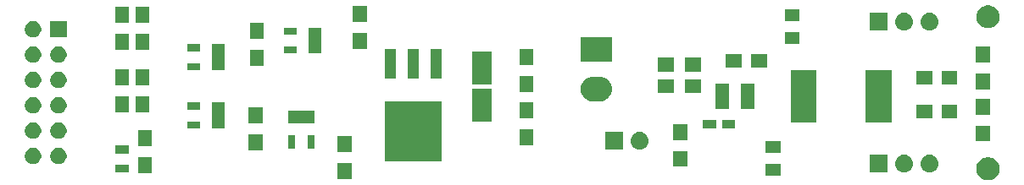
<source format=gts>
G04 #@! TF.GenerationSoftware,KiCad,Pcbnew,(5.1.2)-2*
G04 #@! TF.CreationDate,2019-11-04T12:19:55+09:00*
G04 #@! TF.ProjectId,Kicad_sehd_mv,4b696361-645f-4736-9568-645f6d762e6b,1.0*
G04 #@! TF.SameCoordinates,Original*
G04 #@! TF.FileFunction,Soldermask,Top*
G04 #@! TF.FilePolarity,Negative*
%FSLAX46Y46*%
G04 Gerber Fmt 4.6, Leading zero omitted, Abs format (unit mm)*
G04 Created by KiCad (PCBNEW (5.1.2)-2) date 2019-11-04 12:19:55*
%MOMM*%
%LPD*%
G04 APERTURE LIST*
%ADD10C,0.100000*%
G04 APERTURE END LIST*
D10*
G36*
X161641549Y-72531116D02*
G01*
X161752734Y-72553232D01*
X161900850Y-72614584D01*
X161931169Y-72627142D01*
X161962203Y-72639997D01*
X162150720Y-72765960D01*
X162311040Y-72926280D01*
X162434112Y-73110471D01*
X162437004Y-73114799D01*
X162523768Y-73324267D01*
X162558419Y-73498466D01*
X162568000Y-73546636D01*
X162568000Y-73773364D01*
X162523768Y-73995734D01*
X162437003Y-74205203D01*
X162311040Y-74393720D01*
X162150720Y-74554040D01*
X161962203Y-74680003D01*
X161752734Y-74766768D01*
X161641549Y-74788884D01*
X161530365Y-74811000D01*
X161303635Y-74811000D01*
X161192451Y-74788884D01*
X161081266Y-74766768D01*
X160871797Y-74680003D01*
X160683280Y-74554040D01*
X160522960Y-74393720D01*
X160396997Y-74205203D01*
X160310232Y-73995734D01*
X160266000Y-73773364D01*
X160266000Y-73546636D01*
X160275582Y-73498466D01*
X160310232Y-73324267D01*
X160396996Y-73114799D01*
X160399888Y-73110471D01*
X160522960Y-72926280D01*
X160683280Y-72765960D01*
X160871797Y-72639997D01*
X160902832Y-72627142D01*
X160933150Y-72614584D01*
X161081266Y-72553232D01*
X161192451Y-72531116D01*
X161303635Y-72509000D01*
X161530365Y-72509000D01*
X161641549Y-72531116D01*
X161641549Y-72531116D01*
G37*
G36*
X97856000Y-74715000D02*
G01*
X96454000Y-74715000D01*
X96454000Y-73113000D01*
X97856000Y-73113000D01*
X97856000Y-74715000D01*
X97856000Y-74715000D01*
G37*
G36*
X140680000Y-74370000D02*
G01*
X139228000Y-74370000D01*
X139228000Y-73218000D01*
X140680000Y-73218000D01*
X140680000Y-74370000D01*
X140680000Y-74370000D01*
G37*
G36*
X77917000Y-74080000D02*
G01*
X76515000Y-74080000D01*
X76515000Y-72478000D01*
X77917000Y-72478000D01*
X77917000Y-74080000D01*
X77917000Y-74080000D01*
G37*
G36*
X75631000Y-74061000D02*
G01*
X74229000Y-74061000D01*
X74229000Y-73259000D01*
X75631000Y-73259000D01*
X75631000Y-74061000D01*
X75631000Y-74061000D01*
G37*
G36*
X155685443Y-72257519D02*
G01*
X155751627Y-72264037D01*
X155921466Y-72315557D01*
X156077991Y-72399222D01*
X156113729Y-72428552D01*
X156215186Y-72511814D01*
X156298448Y-72613271D01*
X156327778Y-72649009D01*
X156411443Y-72805534D01*
X156462963Y-72975373D01*
X156480359Y-73152000D01*
X156462963Y-73328627D01*
X156411443Y-73498466D01*
X156327778Y-73654991D01*
X156298448Y-73690729D01*
X156215186Y-73792186D01*
X156113729Y-73875448D01*
X156077991Y-73904778D01*
X155921466Y-73988443D01*
X155751627Y-74039963D01*
X155685442Y-74046482D01*
X155619260Y-74053000D01*
X155530740Y-74053000D01*
X155464558Y-74046482D01*
X155398373Y-74039963D01*
X155228534Y-73988443D01*
X155072009Y-73904778D01*
X155036271Y-73875448D01*
X154934814Y-73792186D01*
X154851552Y-73690729D01*
X154822222Y-73654991D01*
X154738557Y-73498466D01*
X154687037Y-73328627D01*
X154669641Y-73152000D01*
X154687037Y-72975373D01*
X154738557Y-72805534D01*
X154822222Y-72649009D01*
X154851552Y-72613271D01*
X154934814Y-72511814D01*
X155036271Y-72428552D01*
X155072009Y-72399222D01*
X155228534Y-72315557D01*
X155398373Y-72264037D01*
X155464557Y-72257519D01*
X155530740Y-72251000D01*
X155619260Y-72251000D01*
X155685443Y-72257519D01*
X155685443Y-72257519D01*
G37*
G36*
X153145443Y-72257519D02*
G01*
X153211627Y-72264037D01*
X153381466Y-72315557D01*
X153537991Y-72399222D01*
X153573729Y-72428552D01*
X153675186Y-72511814D01*
X153758448Y-72613271D01*
X153787778Y-72649009D01*
X153871443Y-72805534D01*
X153922963Y-72975373D01*
X153940359Y-73152000D01*
X153922963Y-73328627D01*
X153871443Y-73498466D01*
X153787778Y-73654991D01*
X153758448Y-73690729D01*
X153675186Y-73792186D01*
X153573729Y-73875448D01*
X153537991Y-73904778D01*
X153381466Y-73988443D01*
X153211627Y-74039963D01*
X153145442Y-74046482D01*
X153079260Y-74053000D01*
X152990740Y-74053000D01*
X152924558Y-74046482D01*
X152858373Y-74039963D01*
X152688534Y-73988443D01*
X152532009Y-73904778D01*
X152496271Y-73875448D01*
X152394814Y-73792186D01*
X152311552Y-73690729D01*
X152282222Y-73654991D01*
X152198557Y-73498466D01*
X152147037Y-73328627D01*
X152129641Y-73152000D01*
X152147037Y-72975373D01*
X152198557Y-72805534D01*
X152282222Y-72649009D01*
X152311552Y-72613271D01*
X152394814Y-72511814D01*
X152496271Y-72428552D01*
X152532009Y-72399222D01*
X152688534Y-72315557D01*
X152858373Y-72264037D01*
X152924557Y-72257519D01*
X152990740Y-72251000D01*
X153079260Y-72251000D01*
X153145443Y-72257519D01*
X153145443Y-72257519D01*
G37*
G36*
X151396000Y-74053000D02*
G01*
X149594000Y-74053000D01*
X149594000Y-72251000D01*
X151396000Y-72251000D01*
X151396000Y-74053000D01*
X151396000Y-74053000D01*
G37*
G36*
X131384000Y-73478000D02*
G01*
X129982000Y-73478000D01*
X129982000Y-71876000D01*
X131384000Y-71876000D01*
X131384000Y-73478000D01*
X131384000Y-73478000D01*
G37*
G36*
X66277142Y-71608242D02*
G01*
X66425101Y-71669529D01*
X66558255Y-71758499D01*
X66671501Y-71871745D01*
X66760471Y-72004899D01*
X66821758Y-72152858D01*
X66853000Y-72309925D01*
X66853000Y-72470075D01*
X66821758Y-72627142D01*
X66760471Y-72775101D01*
X66671501Y-72908255D01*
X66558255Y-73021501D01*
X66425101Y-73110471D01*
X66277142Y-73171758D01*
X66120075Y-73203000D01*
X65959925Y-73203000D01*
X65802858Y-73171758D01*
X65654899Y-73110471D01*
X65521745Y-73021501D01*
X65408499Y-72908255D01*
X65319529Y-72775101D01*
X65258242Y-72627142D01*
X65227000Y-72470075D01*
X65227000Y-72309925D01*
X65258242Y-72152858D01*
X65319529Y-72004899D01*
X65408499Y-71871745D01*
X65521745Y-71758499D01*
X65654899Y-71669529D01*
X65802858Y-71608242D01*
X65959925Y-71577000D01*
X66120075Y-71577000D01*
X66277142Y-71608242D01*
X66277142Y-71608242D01*
G37*
G36*
X68817142Y-71608242D02*
G01*
X68965101Y-71669529D01*
X69098255Y-71758499D01*
X69211501Y-71871745D01*
X69300471Y-72004899D01*
X69361758Y-72152858D01*
X69393000Y-72309925D01*
X69393000Y-72470075D01*
X69361758Y-72627142D01*
X69300471Y-72775101D01*
X69211501Y-72908255D01*
X69098255Y-73021501D01*
X68965101Y-73110471D01*
X68817142Y-73171758D01*
X68660075Y-73203000D01*
X68499925Y-73203000D01*
X68342858Y-73171758D01*
X68194899Y-73110471D01*
X68061745Y-73021501D01*
X67948499Y-72908255D01*
X67859529Y-72775101D01*
X67798242Y-72627142D01*
X67767000Y-72470075D01*
X67767000Y-72309925D01*
X67798242Y-72152858D01*
X67859529Y-72004899D01*
X67948499Y-71871745D01*
X68061745Y-71758499D01*
X68194899Y-71669529D01*
X68342858Y-71608242D01*
X68499925Y-71577000D01*
X68660075Y-71577000D01*
X68817142Y-71608242D01*
X68817142Y-71608242D01*
G37*
G36*
X106839000Y-72936000D02*
G01*
X101187000Y-72936000D01*
X101187000Y-66884000D01*
X106839000Y-66884000D01*
X106839000Y-72936000D01*
X106839000Y-72936000D01*
G37*
G36*
X75631000Y-72161000D02*
G01*
X74229000Y-72161000D01*
X74229000Y-71359000D01*
X75631000Y-71359000D01*
X75631000Y-72161000D01*
X75631000Y-72161000D01*
G37*
G36*
X140680000Y-72070000D02*
G01*
X139228000Y-72070000D01*
X139228000Y-70918000D01*
X140680000Y-70918000D01*
X140680000Y-72070000D01*
X140680000Y-72070000D01*
G37*
G36*
X97856000Y-72015000D02*
G01*
X96454000Y-72015000D01*
X96454000Y-70413000D01*
X97856000Y-70413000D01*
X97856000Y-72015000D01*
X97856000Y-72015000D01*
G37*
G36*
X88966000Y-71827000D02*
G01*
X87564000Y-71827000D01*
X87564000Y-70225000D01*
X88966000Y-70225000D01*
X88966000Y-71827000D01*
X88966000Y-71827000D01*
G37*
G36*
X126729443Y-69971519D02*
G01*
X126795627Y-69978037D01*
X126965466Y-70029557D01*
X127121991Y-70113222D01*
X127157729Y-70142552D01*
X127259186Y-70225814D01*
X127338123Y-70322000D01*
X127371778Y-70363009D01*
X127455443Y-70519534D01*
X127506963Y-70689373D01*
X127524359Y-70866000D01*
X127506963Y-71042627D01*
X127455443Y-71212466D01*
X127371778Y-71368991D01*
X127362743Y-71380000D01*
X127259186Y-71506186D01*
X127157729Y-71589448D01*
X127121991Y-71618778D01*
X126965466Y-71702443D01*
X126795627Y-71753963D01*
X126749571Y-71758499D01*
X126663260Y-71767000D01*
X126574740Y-71767000D01*
X126488429Y-71758499D01*
X126442373Y-71753963D01*
X126272534Y-71702443D01*
X126116009Y-71618778D01*
X126080271Y-71589448D01*
X125978814Y-71506186D01*
X125875257Y-71380000D01*
X125866222Y-71368991D01*
X125782557Y-71212466D01*
X125731037Y-71042627D01*
X125713641Y-70866000D01*
X125731037Y-70689373D01*
X125782557Y-70519534D01*
X125866222Y-70363009D01*
X125899877Y-70322000D01*
X125978814Y-70225814D01*
X126080271Y-70142552D01*
X126116009Y-70113222D01*
X126272534Y-70029557D01*
X126442373Y-69978037D01*
X126508557Y-69971519D01*
X126574740Y-69965000D01*
X126663260Y-69965000D01*
X126729443Y-69971519D01*
X126729443Y-69971519D01*
G37*
G36*
X124980000Y-71767000D02*
G01*
X123178000Y-71767000D01*
X123178000Y-69965000D01*
X124980000Y-69965000D01*
X124980000Y-71767000D01*
X124980000Y-71767000D01*
G37*
G36*
X92238000Y-71624000D02*
G01*
X91536000Y-71624000D01*
X91536000Y-70322000D01*
X92238000Y-70322000D01*
X92238000Y-71624000D01*
X92238000Y-71624000D01*
G37*
G36*
X94138000Y-71624000D02*
G01*
X93436000Y-71624000D01*
X93436000Y-70322000D01*
X94138000Y-70322000D01*
X94138000Y-71624000D01*
X94138000Y-71624000D01*
G37*
G36*
X77917000Y-71380000D02*
G01*
X76515000Y-71380000D01*
X76515000Y-69778000D01*
X77917000Y-69778000D01*
X77917000Y-71380000D01*
X77917000Y-71380000D01*
G37*
G36*
X116017000Y-71319000D02*
G01*
X114615000Y-71319000D01*
X114615000Y-69717000D01*
X116017000Y-69717000D01*
X116017000Y-71319000D01*
X116017000Y-71319000D01*
G37*
G36*
X161610000Y-70938000D02*
G01*
X160208000Y-70938000D01*
X160208000Y-69336000D01*
X161610000Y-69336000D01*
X161610000Y-70938000D01*
X161610000Y-70938000D01*
G37*
G36*
X131384000Y-70778000D02*
G01*
X129982000Y-70778000D01*
X129982000Y-69176000D01*
X131384000Y-69176000D01*
X131384000Y-70778000D01*
X131384000Y-70778000D01*
G37*
G36*
X68817142Y-69068242D02*
G01*
X68965101Y-69129529D01*
X69098255Y-69218499D01*
X69211501Y-69331745D01*
X69300471Y-69464899D01*
X69361758Y-69612858D01*
X69393000Y-69769925D01*
X69393000Y-69930075D01*
X69361758Y-70087142D01*
X69300471Y-70235101D01*
X69211501Y-70368255D01*
X69098255Y-70481501D01*
X68965101Y-70570471D01*
X68817142Y-70631758D01*
X68660075Y-70663000D01*
X68499925Y-70663000D01*
X68342858Y-70631758D01*
X68194899Y-70570471D01*
X68061745Y-70481501D01*
X67948499Y-70368255D01*
X67859529Y-70235101D01*
X67798242Y-70087142D01*
X67767000Y-69930075D01*
X67767000Y-69769925D01*
X67798242Y-69612858D01*
X67859529Y-69464899D01*
X67948499Y-69331745D01*
X68061745Y-69218499D01*
X68194899Y-69129529D01*
X68342858Y-69068242D01*
X68499925Y-69037000D01*
X68660075Y-69037000D01*
X68817142Y-69068242D01*
X68817142Y-69068242D01*
G37*
G36*
X66277142Y-69068242D02*
G01*
X66425101Y-69129529D01*
X66558255Y-69218499D01*
X66671501Y-69331745D01*
X66760471Y-69464899D01*
X66821758Y-69612858D01*
X66853000Y-69769925D01*
X66853000Y-69930075D01*
X66821758Y-70087142D01*
X66760471Y-70235101D01*
X66671501Y-70368255D01*
X66558255Y-70481501D01*
X66425101Y-70570471D01*
X66277142Y-70631758D01*
X66120075Y-70663000D01*
X65959925Y-70663000D01*
X65802858Y-70631758D01*
X65654899Y-70570471D01*
X65521745Y-70481501D01*
X65408499Y-70368255D01*
X65319529Y-70235101D01*
X65258242Y-70087142D01*
X65227000Y-69930075D01*
X65227000Y-69769925D01*
X65258242Y-69612858D01*
X65319529Y-69464899D01*
X65408499Y-69331745D01*
X65521745Y-69218499D01*
X65654899Y-69129529D01*
X65802858Y-69068242D01*
X65959925Y-69037000D01*
X66120075Y-69037000D01*
X66277142Y-69068242D01*
X66277142Y-69068242D01*
G37*
G36*
X136160000Y-69641000D02*
G01*
X134858000Y-69641000D01*
X134858000Y-68789000D01*
X136160000Y-68789000D01*
X136160000Y-69641000D01*
X136160000Y-69641000D01*
G37*
G36*
X134260000Y-69641000D02*
G01*
X132958000Y-69641000D01*
X132958000Y-68789000D01*
X134260000Y-68789000D01*
X134260000Y-69641000D01*
X134260000Y-69641000D01*
G37*
G36*
X85213000Y-69627000D02*
G01*
X83911000Y-69627000D01*
X83911000Y-67025000D01*
X85213000Y-67025000D01*
X85213000Y-69627000D01*
X85213000Y-69627000D01*
G37*
G36*
X82713000Y-69627000D02*
G01*
X81411000Y-69627000D01*
X81411000Y-68925000D01*
X82713000Y-68925000D01*
X82713000Y-69627000D01*
X82713000Y-69627000D01*
G37*
G36*
X88966000Y-69127000D02*
G01*
X87564000Y-69127000D01*
X87564000Y-67525000D01*
X88966000Y-67525000D01*
X88966000Y-69127000D01*
X88966000Y-69127000D01*
G37*
G36*
X94138000Y-69124000D02*
G01*
X91536000Y-69124000D01*
X91536000Y-67822000D01*
X94138000Y-67822000D01*
X94138000Y-69124000D01*
X94138000Y-69124000D01*
G37*
G36*
X151778000Y-69022000D02*
G01*
X149226000Y-69022000D01*
X149226000Y-63820000D01*
X151778000Y-63820000D01*
X151778000Y-69022000D01*
X151778000Y-69022000D01*
G37*
G36*
X144278000Y-69022000D02*
G01*
X141726000Y-69022000D01*
X141726000Y-63820000D01*
X144278000Y-63820000D01*
X144278000Y-69022000D01*
X144278000Y-69022000D01*
G37*
G36*
X111847000Y-68961000D02*
G01*
X109895000Y-68961000D01*
X109895000Y-65659000D01*
X111847000Y-65659000D01*
X111847000Y-68961000D01*
X111847000Y-68961000D01*
G37*
G36*
X158368000Y-68621000D02*
G01*
X156766000Y-68621000D01*
X156766000Y-67269000D01*
X158368000Y-67269000D01*
X158368000Y-68621000D01*
X158368000Y-68621000D01*
G37*
G36*
X155868000Y-68621000D02*
G01*
X154266000Y-68621000D01*
X154266000Y-67269000D01*
X155868000Y-67269000D01*
X155868000Y-68621000D01*
X155868000Y-68621000D01*
G37*
G36*
X116017000Y-68619000D02*
G01*
X114615000Y-68619000D01*
X114615000Y-67017000D01*
X116017000Y-67017000D01*
X116017000Y-68619000D01*
X116017000Y-68619000D01*
G37*
G36*
X161610000Y-68238000D02*
G01*
X160208000Y-68238000D01*
X160208000Y-66636000D01*
X161610000Y-66636000D01*
X161610000Y-68238000D01*
X161610000Y-68238000D01*
G37*
G36*
X66277142Y-66528242D02*
G01*
X66425101Y-66589529D01*
X66558255Y-66678499D01*
X66671501Y-66791745D01*
X66760471Y-66924899D01*
X66821758Y-67072858D01*
X66853000Y-67229925D01*
X66853000Y-67390075D01*
X66821758Y-67547142D01*
X66760471Y-67695101D01*
X66671501Y-67828255D01*
X66558255Y-67941501D01*
X66425101Y-68030471D01*
X66277142Y-68091758D01*
X66120075Y-68123000D01*
X65959925Y-68123000D01*
X65802858Y-68091758D01*
X65654899Y-68030471D01*
X65521745Y-67941501D01*
X65408499Y-67828255D01*
X65319529Y-67695101D01*
X65258242Y-67547142D01*
X65227000Y-67390075D01*
X65227000Y-67229925D01*
X65258242Y-67072858D01*
X65319529Y-66924899D01*
X65408499Y-66791745D01*
X65521745Y-66678499D01*
X65654899Y-66589529D01*
X65802858Y-66528242D01*
X65959925Y-66497000D01*
X66120075Y-66497000D01*
X66277142Y-66528242D01*
X66277142Y-66528242D01*
G37*
G36*
X68817142Y-66528242D02*
G01*
X68965101Y-66589529D01*
X69098255Y-66678499D01*
X69211501Y-66791745D01*
X69300471Y-66924899D01*
X69361758Y-67072858D01*
X69393000Y-67229925D01*
X69393000Y-67390075D01*
X69361758Y-67547142D01*
X69300471Y-67695101D01*
X69211501Y-67828255D01*
X69098255Y-67941501D01*
X68965101Y-68030471D01*
X68817142Y-68091758D01*
X68660075Y-68123000D01*
X68499925Y-68123000D01*
X68342858Y-68091758D01*
X68194899Y-68030471D01*
X68061745Y-67941501D01*
X67948499Y-67828255D01*
X67859529Y-67695101D01*
X67798242Y-67547142D01*
X67767000Y-67390075D01*
X67767000Y-67229925D01*
X67798242Y-67072858D01*
X67859529Y-66924899D01*
X67948499Y-66791745D01*
X68061745Y-66678499D01*
X68194899Y-66589529D01*
X68342858Y-66528242D01*
X68499925Y-66497000D01*
X68660075Y-66497000D01*
X68817142Y-66528242D01*
X68817142Y-66528242D01*
G37*
G36*
X75631000Y-67984000D02*
G01*
X74229000Y-67984000D01*
X74229000Y-66382000D01*
X75631000Y-66382000D01*
X75631000Y-67984000D01*
X75631000Y-67984000D01*
G37*
G36*
X77663000Y-67984000D02*
G01*
X76261000Y-67984000D01*
X76261000Y-66382000D01*
X77663000Y-66382000D01*
X77663000Y-67984000D01*
X77663000Y-67984000D01*
G37*
G36*
X82713000Y-67727000D02*
G01*
X81411000Y-67727000D01*
X81411000Y-67025000D01*
X82713000Y-67025000D01*
X82713000Y-67727000D01*
X82713000Y-67727000D01*
G37*
G36*
X135570000Y-67722000D02*
G01*
X134218000Y-67722000D01*
X134218000Y-65120000D01*
X135570000Y-65120000D01*
X135570000Y-67722000D01*
X135570000Y-67722000D01*
G37*
G36*
X138070000Y-67722000D02*
G01*
X136718000Y-67722000D01*
X136718000Y-65120000D01*
X138070000Y-65120000D01*
X138070000Y-67722000D01*
X138070000Y-67722000D01*
G37*
G36*
X122866338Y-64473739D02*
G01*
X123097440Y-64543843D01*
X123310425Y-64657686D01*
X123497107Y-64810893D01*
X123650314Y-64997575D01*
X123764157Y-65210560D01*
X123834261Y-65441662D01*
X123857932Y-65682000D01*
X123834261Y-65922338D01*
X123764157Y-66153440D01*
X123650314Y-66366425D01*
X123497107Y-66553107D01*
X123310425Y-66706314D01*
X123097440Y-66820157D01*
X122866338Y-66890261D01*
X122686229Y-66908000D01*
X121915771Y-66908000D01*
X121735662Y-66890261D01*
X121504560Y-66820157D01*
X121291575Y-66706314D01*
X121104893Y-66553107D01*
X120951686Y-66366425D01*
X120837843Y-66153440D01*
X120767739Y-65922338D01*
X120744068Y-65682000D01*
X120767739Y-65441662D01*
X120837843Y-65210560D01*
X120951686Y-64997575D01*
X121104893Y-64810893D01*
X121291575Y-64657686D01*
X121504560Y-64543843D01*
X121735662Y-64473739D01*
X121915771Y-64456000D01*
X122686229Y-64456000D01*
X122866338Y-64473739D01*
X122866338Y-64473739D01*
G37*
G36*
X132754000Y-66106000D02*
G01*
X131152000Y-66106000D01*
X131152000Y-64704000D01*
X132754000Y-64704000D01*
X132754000Y-66106000D01*
X132754000Y-66106000D01*
G37*
G36*
X130054000Y-66106000D02*
G01*
X128452000Y-66106000D01*
X128452000Y-64704000D01*
X130054000Y-64704000D01*
X130054000Y-66106000D01*
X130054000Y-66106000D01*
G37*
G36*
X116017000Y-65985000D02*
G01*
X114615000Y-65985000D01*
X114615000Y-64383000D01*
X116017000Y-64383000D01*
X116017000Y-65985000D01*
X116017000Y-65985000D01*
G37*
G36*
X161610000Y-65698000D02*
G01*
X160208000Y-65698000D01*
X160208000Y-64096000D01*
X161610000Y-64096000D01*
X161610000Y-65698000D01*
X161610000Y-65698000D01*
G37*
G36*
X68817142Y-63988242D02*
G01*
X68965101Y-64049529D01*
X69098255Y-64138499D01*
X69211501Y-64251745D01*
X69300471Y-64384899D01*
X69361758Y-64532858D01*
X69393000Y-64689925D01*
X69393000Y-64850075D01*
X69361758Y-65007142D01*
X69300471Y-65155101D01*
X69211501Y-65288255D01*
X69098255Y-65401501D01*
X68965101Y-65490471D01*
X68817142Y-65551758D01*
X68660075Y-65583000D01*
X68499925Y-65583000D01*
X68342858Y-65551758D01*
X68194899Y-65490471D01*
X68061745Y-65401501D01*
X67948499Y-65288255D01*
X67859529Y-65155101D01*
X67798242Y-65007142D01*
X67767000Y-64850075D01*
X67767000Y-64689925D01*
X67798242Y-64532858D01*
X67859529Y-64384899D01*
X67948499Y-64251745D01*
X68061745Y-64138499D01*
X68194899Y-64049529D01*
X68342858Y-63988242D01*
X68499925Y-63957000D01*
X68660075Y-63957000D01*
X68817142Y-63988242D01*
X68817142Y-63988242D01*
G37*
G36*
X66277142Y-63988242D02*
G01*
X66425101Y-64049529D01*
X66558255Y-64138499D01*
X66671501Y-64251745D01*
X66760471Y-64384899D01*
X66821758Y-64532858D01*
X66853000Y-64689925D01*
X66853000Y-64850075D01*
X66821758Y-65007142D01*
X66760471Y-65155101D01*
X66671501Y-65288255D01*
X66558255Y-65401501D01*
X66425101Y-65490471D01*
X66277142Y-65551758D01*
X66120075Y-65583000D01*
X65959925Y-65583000D01*
X65802858Y-65551758D01*
X65654899Y-65490471D01*
X65521745Y-65401501D01*
X65408499Y-65288255D01*
X65319529Y-65155101D01*
X65258242Y-65007142D01*
X65227000Y-64850075D01*
X65227000Y-64689925D01*
X65258242Y-64532858D01*
X65319529Y-64384899D01*
X65408499Y-64251745D01*
X65521745Y-64138499D01*
X65654899Y-64049529D01*
X65802858Y-63988242D01*
X65959925Y-63957000D01*
X66120075Y-63957000D01*
X66277142Y-63988242D01*
X66277142Y-63988242D01*
G37*
G36*
X77663000Y-65284000D02*
G01*
X76261000Y-65284000D01*
X76261000Y-63682000D01*
X77663000Y-63682000D01*
X77663000Y-65284000D01*
X77663000Y-65284000D01*
G37*
G36*
X75631000Y-65284000D02*
G01*
X74229000Y-65284000D01*
X74229000Y-63682000D01*
X75631000Y-63682000D01*
X75631000Y-65284000D01*
X75631000Y-65284000D01*
G37*
G36*
X111847000Y-65261000D02*
G01*
X109895000Y-65261000D01*
X109895000Y-61959000D01*
X111847000Y-61959000D01*
X111847000Y-65261000D01*
X111847000Y-65261000D01*
G37*
G36*
X158368000Y-65192000D02*
G01*
X156766000Y-65192000D01*
X156766000Y-63840000D01*
X158368000Y-63840000D01*
X158368000Y-65192000D01*
X158368000Y-65192000D01*
G37*
G36*
X155868000Y-65192000D02*
G01*
X154266000Y-65192000D01*
X154266000Y-63840000D01*
X155868000Y-63840000D01*
X155868000Y-65192000D01*
X155868000Y-65192000D01*
G37*
G36*
X104564000Y-64636000D02*
G01*
X103462000Y-64636000D01*
X103462000Y-61684000D01*
X104564000Y-61684000D01*
X104564000Y-64636000D01*
X104564000Y-64636000D01*
G37*
G36*
X102274000Y-64636000D02*
G01*
X101172000Y-64636000D01*
X101172000Y-61684000D01*
X102274000Y-61684000D01*
X102274000Y-64636000D01*
X102274000Y-64636000D01*
G37*
G36*
X106854000Y-64636000D02*
G01*
X105752000Y-64636000D01*
X105752000Y-61684000D01*
X106854000Y-61684000D01*
X106854000Y-64636000D01*
X106854000Y-64636000D01*
G37*
G36*
X132754000Y-63947000D02*
G01*
X131152000Y-63947000D01*
X131152000Y-62545000D01*
X132754000Y-62545000D01*
X132754000Y-63947000D01*
X132754000Y-63947000D01*
G37*
G36*
X130054000Y-63947000D02*
G01*
X128452000Y-63947000D01*
X128452000Y-62545000D01*
X130054000Y-62545000D01*
X130054000Y-63947000D01*
X130054000Y-63947000D01*
G37*
G36*
X82713000Y-63785000D02*
G01*
X81411000Y-63785000D01*
X81411000Y-63083000D01*
X82713000Y-63083000D01*
X82713000Y-63785000D01*
X82713000Y-63785000D01*
G37*
G36*
X85213000Y-63785000D02*
G01*
X83911000Y-63785000D01*
X83911000Y-61183000D01*
X85213000Y-61183000D01*
X85213000Y-63785000D01*
X85213000Y-63785000D01*
G37*
G36*
X136858000Y-63541000D02*
G01*
X135256000Y-63541000D01*
X135256000Y-62189000D01*
X136858000Y-62189000D01*
X136858000Y-63541000D01*
X136858000Y-63541000D01*
G37*
G36*
X139358000Y-63541000D02*
G01*
X137756000Y-63541000D01*
X137756000Y-62189000D01*
X139358000Y-62189000D01*
X139358000Y-63541000D01*
X139358000Y-63541000D01*
G37*
G36*
X89093000Y-63365000D02*
G01*
X87691000Y-63365000D01*
X87691000Y-61763000D01*
X89093000Y-61763000D01*
X89093000Y-63365000D01*
X89093000Y-63365000D01*
G37*
G36*
X116017000Y-63285000D02*
G01*
X114615000Y-63285000D01*
X114615000Y-61683000D01*
X116017000Y-61683000D01*
X116017000Y-63285000D01*
X116017000Y-63285000D01*
G37*
G36*
X68817142Y-61448242D02*
G01*
X68965101Y-61509529D01*
X69098255Y-61598499D01*
X69211501Y-61711745D01*
X69300471Y-61844899D01*
X69361758Y-61992858D01*
X69393000Y-62149925D01*
X69393000Y-62310075D01*
X69361758Y-62467142D01*
X69300471Y-62615101D01*
X69211501Y-62748255D01*
X69098255Y-62861501D01*
X68965101Y-62950471D01*
X68817142Y-63011758D01*
X68660075Y-63043000D01*
X68499925Y-63043000D01*
X68342858Y-63011758D01*
X68194899Y-62950471D01*
X68061745Y-62861501D01*
X67948499Y-62748255D01*
X67859529Y-62615101D01*
X67798242Y-62467142D01*
X67767000Y-62310075D01*
X67767000Y-62149925D01*
X67798242Y-61992858D01*
X67859529Y-61844899D01*
X67948499Y-61711745D01*
X68061745Y-61598499D01*
X68194899Y-61509529D01*
X68342858Y-61448242D01*
X68499925Y-61417000D01*
X68660075Y-61417000D01*
X68817142Y-61448242D01*
X68817142Y-61448242D01*
G37*
G36*
X66277142Y-61448242D02*
G01*
X66425101Y-61509529D01*
X66558255Y-61598499D01*
X66671501Y-61711745D01*
X66760471Y-61844899D01*
X66821758Y-61992858D01*
X66853000Y-62149925D01*
X66853000Y-62310075D01*
X66821758Y-62467142D01*
X66760471Y-62615101D01*
X66671501Y-62748255D01*
X66558255Y-62861501D01*
X66425101Y-62950471D01*
X66277142Y-63011758D01*
X66120075Y-63043000D01*
X65959925Y-63043000D01*
X65802858Y-63011758D01*
X65654899Y-62950471D01*
X65521745Y-62861501D01*
X65408499Y-62748255D01*
X65319529Y-62615101D01*
X65258242Y-62467142D01*
X65227000Y-62310075D01*
X65227000Y-62149925D01*
X65258242Y-61992858D01*
X65319529Y-61844899D01*
X65408499Y-61711745D01*
X65521745Y-61598499D01*
X65654899Y-61509529D01*
X65802858Y-61448242D01*
X65959925Y-61417000D01*
X66120075Y-61417000D01*
X66277142Y-61448242D01*
X66277142Y-61448242D01*
G37*
G36*
X161610000Y-62998000D02*
G01*
X160208000Y-62998000D01*
X160208000Y-61396000D01*
X161610000Y-61396000D01*
X161610000Y-62998000D01*
X161610000Y-62998000D01*
G37*
G36*
X123852000Y-62948000D02*
G01*
X120750000Y-62948000D01*
X120750000Y-60496000D01*
X123852000Y-60496000D01*
X123852000Y-62948000D01*
X123852000Y-62948000D01*
G37*
G36*
X94865000Y-62134000D02*
G01*
X93563000Y-62134000D01*
X93563000Y-59532000D01*
X94865000Y-59532000D01*
X94865000Y-62134000D01*
X94865000Y-62134000D01*
G37*
G36*
X92365000Y-62134000D02*
G01*
X91063000Y-62134000D01*
X91063000Y-61432000D01*
X92365000Y-61432000D01*
X92365000Y-62134000D01*
X92365000Y-62134000D01*
G37*
G36*
X82713000Y-61885000D02*
G01*
X81411000Y-61885000D01*
X81411000Y-61183000D01*
X82713000Y-61183000D01*
X82713000Y-61885000D01*
X82713000Y-61885000D01*
G37*
G36*
X75631000Y-61761000D02*
G01*
X74229000Y-61761000D01*
X74229000Y-60159000D01*
X75631000Y-60159000D01*
X75631000Y-61761000D01*
X75631000Y-61761000D01*
G37*
G36*
X77663000Y-61761000D02*
G01*
X76261000Y-61761000D01*
X76261000Y-60159000D01*
X77663000Y-60159000D01*
X77663000Y-61761000D01*
X77663000Y-61761000D01*
G37*
G36*
X99380000Y-61667000D02*
G01*
X97978000Y-61667000D01*
X97978000Y-60065000D01*
X99380000Y-60065000D01*
X99380000Y-61667000D01*
X99380000Y-61667000D01*
G37*
G36*
X142585000Y-61162000D02*
G01*
X141133000Y-61162000D01*
X141133000Y-60010000D01*
X142585000Y-60010000D01*
X142585000Y-61162000D01*
X142585000Y-61162000D01*
G37*
G36*
X89093000Y-60665000D02*
G01*
X87691000Y-60665000D01*
X87691000Y-59063000D01*
X89093000Y-59063000D01*
X89093000Y-60665000D01*
X89093000Y-60665000D01*
G37*
G36*
X69393000Y-60503000D02*
G01*
X67767000Y-60503000D01*
X67767000Y-58877000D01*
X69393000Y-58877000D01*
X69393000Y-60503000D01*
X69393000Y-60503000D01*
G37*
G36*
X66277142Y-58908242D02*
G01*
X66425101Y-58969529D01*
X66558255Y-59058499D01*
X66671501Y-59171745D01*
X66760471Y-59304899D01*
X66821758Y-59452858D01*
X66853000Y-59609925D01*
X66853000Y-59770075D01*
X66821758Y-59927142D01*
X66760471Y-60075101D01*
X66671501Y-60208255D01*
X66558255Y-60321501D01*
X66425101Y-60410471D01*
X66277142Y-60471758D01*
X66120075Y-60503000D01*
X65959925Y-60503000D01*
X65802858Y-60471758D01*
X65654899Y-60410471D01*
X65521745Y-60321501D01*
X65408499Y-60208255D01*
X65319529Y-60075101D01*
X65258242Y-59927142D01*
X65227000Y-59770075D01*
X65227000Y-59609925D01*
X65258242Y-59452858D01*
X65319529Y-59304899D01*
X65408499Y-59171745D01*
X65521745Y-59058499D01*
X65654899Y-58969529D01*
X65802858Y-58908242D01*
X65959925Y-58877000D01*
X66120075Y-58877000D01*
X66277142Y-58908242D01*
X66277142Y-58908242D01*
G37*
G36*
X92365000Y-60234000D02*
G01*
X91063000Y-60234000D01*
X91063000Y-59532000D01*
X92365000Y-59532000D01*
X92365000Y-60234000D01*
X92365000Y-60234000D01*
G37*
G36*
X155685442Y-58033518D02*
G01*
X155751627Y-58040037D01*
X155921466Y-58091557D01*
X156077991Y-58175222D01*
X156113729Y-58204552D01*
X156215186Y-58287814D01*
X156298448Y-58389271D01*
X156327778Y-58425009D01*
X156411443Y-58581534D01*
X156462963Y-58751373D01*
X156480359Y-58928000D01*
X156462963Y-59104627D01*
X156411443Y-59274466D01*
X156327778Y-59430991D01*
X156320382Y-59440003D01*
X156215186Y-59568186D01*
X156113729Y-59651448D01*
X156077991Y-59680778D01*
X155921466Y-59764443D01*
X155751627Y-59815963D01*
X155685442Y-59822482D01*
X155619260Y-59829000D01*
X155530740Y-59829000D01*
X155464558Y-59822482D01*
X155398373Y-59815963D01*
X155228534Y-59764443D01*
X155072009Y-59680778D01*
X155036271Y-59651448D01*
X154934814Y-59568186D01*
X154829618Y-59440003D01*
X154822222Y-59430991D01*
X154738557Y-59274466D01*
X154687037Y-59104627D01*
X154669641Y-58928000D01*
X154687037Y-58751373D01*
X154738557Y-58581534D01*
X154822222Y-58425009D01*
X154851552Y-58389271D01*
X154934814Y-58287814D01*
X155036271Y-58204552D01*
X155072009Y-58175222D01*
X155228534Y-58091557D01*
X155398373Y-58040037D01*
X155464558Y-58033518D01*
X155530740Y-58027000D01*
X155619260Y-58027000D01*
X155685442Y-58033518D01*
X155685442Y-58033518D01*
G37*
G36*
X153145442Y-58033518D02*
G01*
X153211627Y-58040037D01*
X153381466Y-58091557D01*
X153537991Y-58175222D01*
X153573729Y-58204552D01*
X153675186Y-58287814D01*
X153758448Y-58389271D01*
X153787778Y-58425009D01*
X153871443Y-58581534D01*
X153922963Y-58751373D01*
X153940359Y-58928000D01*
X153922963Y-59104627D01*
X153871443Y-59274466D01*
X153787778Y-59430991D01*
X153780382Y-59440003D01*
X153675186Y-59568186D01*
X153573729Y-59651448D01*
X153537991Y-59680778D01*
X153381466Y-59764443D01*
X153211627Y-59815963D01*
X153145442Y-59822482D01*
X153079260Y-59829000D01*
X152990740Y-59829000D01*
X152924558Y-59822482D01*
X152858373Y-59815963D01*
X152688534Y-59764443D01*
X152532009Y-59680778D01*
X152496271Y-59651448D01*
X152394814Y-59568186D01*
X152289618Y-59440003D01*
X152282222Y-59430991D01*
X152198557Y-59274466D01*
X152147037Y-59104627D01*
X152129641Y-58928000D01*
X152147037Y-58751373D01*
X152198557Y-58581534D01*
X152282222Y-58425009D01*
X152311552Y-58389271D01*
X152394814Y-58287814D01*
X152496271Y-58204552D01*
X152532009Y-58175222D01*
X152688534Y-58091557D01*
X152858373Y-58040037D01*
X152924558Y-58033518D01*
X152990740Y-58027000D01*
X153079260Y-58027000D01*
X153145442Y-58033518D01*
X153145442Y-58033518D01*
G37*
G36*
X151396000Y-59829000D02*
G01*
X149594000Y-59829000D01*
X149594000Y-58027000D01*
X151396000Y-58027000D01*
X151396000Y-59829000D01*
X151396000Y-59829000D01*
G37*
G36*
X161641549Y-57291116D02*
G01*
X161752734Y-57313232D01*
X161962203Y-57399997D01*
X162150720Y-57525960D01*
X162311040Y-57686280D01*
X162437003Y-57874797D01*
X162505448Y-58040037D01*
X162523768Y-58084267D01*
X162568000Y-58306635D01*
X162568000Y-58533365D01*
X162545884Y-58644549D01*
X162523768Y-58755734D01*
X162437003Y-58965203D01*
X162311040Y-59153720D01*
X162150720Y-59314040D01*
X161962203Y-59440003D01*
X161962202Y-59440004D01*
X161962201Y-59440004D01*
X161900850Y-59465416D01*
X161752734Y-59526768D01*
X161641549Y-59548884D01*
X161530365Y-59571000D01*
X161303635Y-59571000D01*
X161192451Y-59548884D01*
X161081266Y-59526768D01*
X160933150Y-59465416D01*
X160871799Y-59440004D01*
X160871798Y-59440004D01*
X160871797Y-59440003D01*
X160683280Y-59314040D01*
X160522960Y-59153720D01*
X160396997Y-58965203D01*
X160310232Y-58755734D01*
X160288116Y-58644549D01*
X160266000Y-58533365D01*
X160266000Y-58306635D01*
X160310232Y-58084267D01*
X160328553Y-58040037D01*
X160396997Y-57874797D01*
X160522960Y-57686280D01*
X160683280Y-57525960D01*
X160871797Y-57399997D01*
X161081266Y-57313232D01*
X161192451Y-57291116D01*
X161303635Y-57269000D01*
X161530365Y-57269000D01*
X161641549Y-57291116D01*
X161641549Y-57291116D01*
G37*
G36*
X75631000Y-59061000D02*
G01*
X74229000Y-59061000D01*
X74229000Y-57459000D01*
X75631000Y-57459000D01*
X75631000Y-59061000D01*
X75631000Y-59061000D01*
G37*
G36*
X77663000Y-59061000D02*
G01*
X76261000Y-59061000D01*
X76261000Y-57459000D01*
X77663000Y-57459000D01*
X77663000Y-59061000D01*
X77663000Y-59061000D01*
G37*
G36*
X99380000Y-58967000D02*
G01*
X97978000Y-58967000D01*
X97978000Y-57365000D01*
X99380000Y-57365000D01*
X99380000Y-58967000D01*
X99380000Y-58967000D01*
G37*
G36*
X142585000Y-58862000D02*
G01*
X141133000Y-58862000D01*
X141133000Y-57710000D01*
X142585000Y-57710000D01*
X142585000Y-58862000D01*
X142585000Y-58862000D01*
G37*
M02*

</source>
